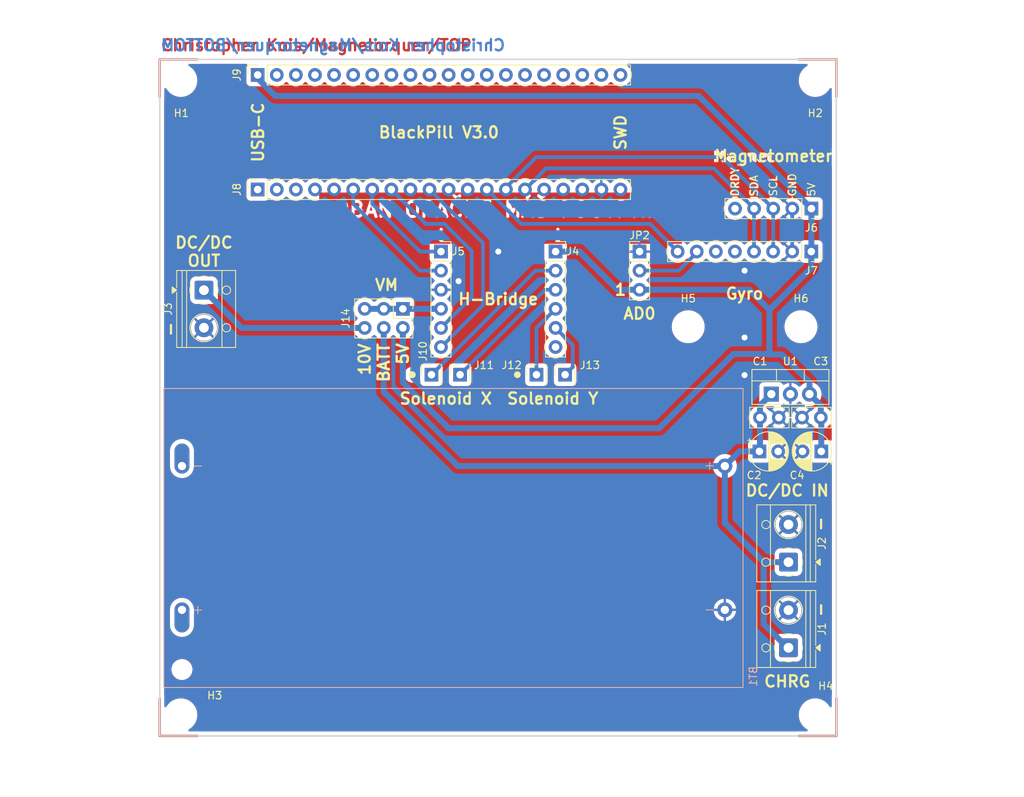
<source format=kicad_pcb>
(kicad_pcb (version 20241229) (generator "pcbnew") (generator_version "9.0")
  (layers (0 "F.Cu" signal) (2 "B.Cu" signal) (13 "F.Paste" user) (15 "B.Paste" user) (5 "F.SilkS" user "F.Silkscreen") (7 "B.SilkS" user "B.Silkscreen") (1 "F.Mask" user) (3 "B.Mask" user) (25 "Edge.Cuts" user))
  (net 0 "")
  (net 2 "GND")
  (net 3 "+BATT")
  (net 4 "+5V")
  (net 5 "+10V")
  (net 6 "/H-mostík/OUT4")
  (net 7 "/H-mostík/OUT1")
  (net 8 "/H-mostík/OUT3")
  (net 9 "/H-mostík/ULT")
  (net 10 "/H-mostík/OUT2")
  (net 11 "/BlackPill V3.0/A11")
  (net 12 "/H-mostík/VCC")
  (net 13 "/BlackPill V3.0/A15")
  (net 14 "/BlackPill V3.0/A9")
  (net 15 "/BlackPill V3.0/A10")
  (net 16 "/SCL1")
  (net 17 "/Magnetometer/DRDY")
  (net 18 "/SDA1")
  (net 19 "/Gyroskop/XDA")
  (net 20 "/GY_INT")
  (net 21 "/Gyroskop/AD0")
  (net 22 "/Gyroskop/XCL")
  (net 23 "/BlackPill V3.0/B9")
  (net 24 "/BlackPill V3.0/3V3.0")
  (net 25 "/BlackPill V3.0/B14")
  (net 26 "/BlackPill V3.0/A12")
  (net 27 "/BlackPill V3.0/B15")
  (net 28 "/BlackPill V3.0/B12")
  (net 29 "/BlackPill V3.0/B8")
  (net 30 "/BlackPill V3.0/B13")
  (net 31 "/BlackPill V3.0/C14")
  (net 32 "/BlackPill V3.0/A4")
  (net 33 "/BlackPill V3.0/A1")
  (net 34 "/BlackPill V3.0/A7")
  (net 35 "/BlackPill V3.0/A2")
  (net 36 "/BlackPill V3.0/C13")
  (net 37 "/BlackPill V3.0/A5")
  (net 38 "/BlackPill V3.0/A0")
  (net 39 "/BlackPill V3.0/B2")
  (net 40 "/BlackPill V3.0/R")
  (net 41 "/BlackPill V3.0/A3")
  (net 42 "/BlackPill V3.0/C15")
  (net 43 "/BlackPill V3.0/B1")
  (net 44 "/BlackPill V3.0/VB")
  (net 45 "/BlackPill V3.0/A6")
  (net 46 "/BlackPill V3.0/B0")
  (net 47 "/BlackPill V3.0/3V3.1")
  (net 48 "/BlackPill V3.0/G.1")
  (net 49 "/BlackPill V3.0/B4")
  (net 50 "/BlackPill V3.0/A8")
  (net 51 "/BlackPill V3.0/5V.0")
  (net 52 "/BlackPill V3.0/B3")
  (net 53 "/BlackPill V3.0/B10")
  (footprint "Capacitor_THT:CP_Radial_D5.0mm_P2.50mm" (layer "F.Cu") (at 179.769888 102.148)
    (property "Reference" "C2" (at -0.699888 3.175 180) (layer "F.SilkS"))
    (property "Value" "10u")
    (pad "1" thru_hole rect (at 0 0) (size 1.82 1.82) (drill 1) (layers "*.Cu" "*.Mask") (net 3 "+BATT"))
    (pad "2" thru_hole circle (at 2.5 0) (size 1.82 1.82) (drill 1) (layers "*.Cu" "*.Mask") (net 2 "GND"))
  )
  (footprint "Connector_PinSocket_2.54mm:PinSocket_1x20_P2.54mm_Vertical" (layer "F.Cu") (at 113.03 67.31 90)
    (property "Reference" "J8" (at 0 -2.77 90) (layer "F.SilkS"))
    (property "Value" "Conn_01x20_Socket")
    (pad "1" thru_hole rect (at 0 0 90) (size 1.82 1.82) (drill 1) (layers "*.Cu" "*.Mask") (net 28 "/BlackPill V3.0/B12"))
    (pad "2" thru_hole oval (at 0 2.54 90) (size 1.82 1.82) (drill 1) (layers "*.Cu" "*.Mask") (net 30 "/BlackPill V3.0/B13"))
    (pad "3" thru_hole oval (at 0 5.08 90) (size 1.82 1.82) (drill 1) (layers "*.Cu" "*.Mask") (net 25 "/BlackPill V3.0/B14"))
    (pad "4" thru_hole oval (at 0 7.62 90) (size 1.82 1.82) (drill 1) (layers "*.Cu" "*.Mask") (net 27 "/BlackPill V3.0/B15"))
    (pad "5" thru_hole oval (at 0 10.16 90) (size 1.82 1.82) (drill 1) (layers "*.Cu" "*.Mask") (net 50 "/BlackPill V3.0/A8"))
    (pad "6" thru_hole oval (at 0 12.7 90) (size 1.82 1.82) (drill 1) (layers "*.Cu" "*.Mask") (net 14 "/BlackPill V3.0/A9"))
    (pad "7" thru_hole oval (at 0 15.24 90) (size 1.82 1.82) (drill 1) (layers "*.Cu" "*.Mask") (net 15 "/BlackPill V3.0/A10"))
    (pad "8" thru_hole oval (at 0 17.78 90) (size 1.82 1.82) (drill 1) (layers "*.Cu" "*.Mask") (net 11 "/BlackPill V3.0/A11"))
    (pad "9" thru_hole oval (at 0 20.32 90) (size 1.82 1.82) (drill 1) (layers "*.Cu" "*.Mask") (net 26 "/BlackPill V3.0/A12"))
    (pad "10" thru_hole oval (at 0 22.86 90) (size 1.82 1.82) (drill 1) (layers "*.Cu" "*.Mask") (net 13 "/BlackPill V3.0/A15"))
    (pad "11" thru_hole oval (at 0 25.4 90) (size 1.82 1.82) (drill 1) (layers "*.Cu" "*.Mask") (net 52 "/BlackPill V3.0/B3"))
    (pad "12" thru_hole oval (at 0 27.94 90) (size 1.82 1.82) (drill 1) (layers "*.Cu" "*.Mask") (net 49 "/BlackPill V3.0/B4"))
    (pad "13" thru_hole oval (at 0 30.48 90) (size 1.82 1.82) (drill 1) (layers "*.Cu" "*.Mask") (net 20 "/GY_INT"))
    (pad "14" thru_hole oval (at 0 33.02 90) (size 1.82 1.82) (drill 1) (layers "*.Cu" "*.Mask") (net 16 "/SCL1"))
    (pad "15" thru_hole oval (at 0 35.56 90) (size 1.82 1.82) (drill 1) (layers "*.Cu" "*.Mask") (net 18 "/SDA1"))
    (pad "16" thru_hole oval (at 0 38.1 90) (size 1.82 1.82) (drill 1) (layers "*.Cu" "*.Mask") (net 29 "/BlackPill V3.0/B8"))
    (pad "17" thru_hole oval (at 0 40.64 90) (size 1.82 1.82) (drill 1) (layers "*.Cu" "*.Mask") (net 23 "/BlackPill V3.0/B9"))
    (pad "18" thru_hole oval (at 0 43.18 90) (size 1.82 1.82) (drill 1) (layers "*.Cu" "*.Mask") (net 51 "/BlackPill V3.0/5V.0"))
    (pad "19" thru_hole oval (at 0 45.72 90) (size 1.82 1.82) (drill 1) (layers "*.Cu" "*.Mask") (net 2 "GND"))
    (pad "20" thru_hole oval (at 0 48.26 90) (size 1.82 1.82) (drill 1) (layers "*.Cu" "*.Mask") (net 24 "/BlackPill V3.0/3V3.0"))
  )
  (footprint "Connector_PinSocket_2.54mm:PinSocket_1x20_P2.54mm_Vertical" (layer "F.Cu") (at 113.03 52.07 90)
    (property "Reference" "J9" (at 0 -2.77 90) (layer "F.SilkS"))
    (property "Value" "Conn_01x20_Socket")
    (pad "1" thru_hole rect (at 0 0 90) (size 1.82 1.82) (drill 1) (layers "*.Cu" "*.Mask") (net 4 "+5V"))
    (pad "2" thru_hole oval (at 0 2.54 90) (size 1.82 1.82) (drill 1) (layers "*.Cu" "*.Mask") (net 48 "/BlackPill V3.0/G.1"))
    (pad "3" thru_hole oval (at 0 5.08 90) (size 1.82 1.82) (drill 1) (layers "*.Cu" "*.Mask") (net 47 "/BlackPill V3.0/3V3.1"))
    (pad "4" thru_hole oval (at 0 7.62 90) (size 1.82 1.82) (drill 1) (layers "*.Cu" "*.Mask") (net 53 "/BlackPill V3.0/B10"))
    (pad "5" thru_hole oval (at 0 10.16 90) (size 1.82 1.82) (drill 1) (layers "*.Cu" "*.Mask") (net 39 "/BlackPill V3.0/B2"))
    (pad "6" thru_hole oval (at 0 12.7 90) (size 1.82 1.82) (drill 1) (layers "*.Cu" "*.Mask") (net 43 "/BlackPill V3.0/B1"))
    (pad "7" thru_hole oval (at 0 15.24 90) (size 1.82 1.82) (drill 1) (layers "*.Cu" "*.Mask") (net 46 "/BlackPill V3.0/B0"))
    (pad "8" thru_hole oval (at 0 17.78 90) (size 1.82 1.82) (drill 1) (layers "*.Cu" "*.Mask") (net 34 "/BlackPill V3.0/A7"))
    (pad "9" thru_hole oval (at 0 20.32 90) (size 1.82 1.82) (drill 1) (layers "*.Cu" "*.Mask") (net 45 "/BlackPill V3.0/A6"))
    (pad "10" thru_hole oval (at 0 22.86 90) (size 1.82 1.82) (drill 1) (layers "*.Cu" "*.Mask") (net 37 "/BlackPill V3.0/A5"))
    (pad "11" thru_hole oval (at 0 25.4 90) (size 1.82 1.82) (drill 1) (layers "*.Cu" "*.Mask") (net 32 "/BlackPill V3.0/A4"))
    (pad "12" thru_hole oval (at 0 27.94 90) (size 1.82 1.82) (drill 1) (layers "*.Cu" "*.Mask") (net 41 "/BlackPill V3.0/A3"))
    (pad "13" thru_hole oval (at 0 30.48 90) (size 1.82 1.82) (drill 1) (layers "*.Cu" "*.Mask") (net 35 "/BlackPill V3.0/A2"))
    (pad "14" thru_hole oval (at 0 33.02 90) (size 1.82 1.82) (drill 1) (layers "*.Cu" "*.Mask") (net 33 "/BlackPill V3.0/A1"))
    (pad "15" thru_hole oval (at 0 35.56 90) (size 1.82 1.82) (drill 1) (layers "*.Cu" "*.Mask") (net 38 "/BlackPill V3.0/A0"))
    (pad "16" thru_hole oval (at 0 38.1 90) (size 1.82 1.82) (drill 1) (layers "*.Cu" "*.Mask") (net 40 "/BlackPill V3.0/R"))
    (pad "17" thru_hole oval (at 0 40.64 90) (size 1.82 1.82) (drill 1) (layers "*.Cu" "*.Mask") (net 42 "/BlackPill V3.0/C15"))
    (pad "18" thru_hole oval (at 0 43.18 90) (size 1.82 1.82) (drill 1) (layers "*.Cu" "*.Mask") (net 31 "/BlackPill V3.0/C14"))
    (pad "19" thru_hole oval (at 0 45.72 90) (size 1.82 1.82) (drill 1) (layers "*.Cu" "*.Mask") (net 36 "/BlackPill V3.0/C13"))
    (pad "20" thru_hole oval (at 0 48.26 90) (size 1.82 1.82) (drill 1) (layers "*.Cu" "*.Mask") (net 44 "/BlackPill V3.0/VB"))
  )
  (footprint "Connector_PinHeader_2.54mm:PinHeader_2x03_P2.54mm_Vertical" (layer "F.Cu") (at 132.34259 83.184999 -90)
    (property "Reference" "J14" (at 1.27 7.616 90) (layer "F.SilkS"))
    (property "Value" "VM_Select")
    (pad "1" thru_hole rect (at 0 0 270) (size 1.82 1.82) (drill 1) (layers "*.Cu" "*.Mask") (net 12 "/H-mostík/VCC"))
    (pad "2" thru_hole oval (at 2.54 0 270) (size 1.82 1.82) (drill 1) (layers "*.Cu" "*.Mask") (net 4 "+5V"))
    (pad "3" thru_hole oval (at 0 2.54 270) (size 1.82 1.82) (drill 1) (layers "*.Cu" "*.Mask") (net 12 "/H-mostík/VCC"))
    (pad "4" thru_hole oval (at 2.54 2.54 270) (size 1.82 1.82) (drill 1) (layers "*.Cu" "*.Mask") (net 3 "+BATT"))
    (pad "5" thru_hole oval (at 0 5.08 270) (size 1.82 1.82) (drill 1) (layers "*.Cu" "*.Mask") (net 12 "/H-mostík/VCC"))
    (pad "6" thru_hole oval (at 2.54 5.08 270) (size 1.82 1.82) (drill 1) (layers "*.Cu" "*.Mask") (net 5 "+10V"))
  )
  (footprint "Connector_PinSocket_2.54mm:PinSocket_1x06_P2.54mm_Vertical" (layer "F.Cu") (at 137.414 75.565)
    (property "Reference" "J5" (at 2.295 -0.025 0) (layer "F.SilkS"))
    (property "Value" "~")
    (pad "1" thru_hole rect (at 0 0) (size 1.82 1.82) (drill 1) (layers "*.Cu" "*.Mask") (net 15 "/BlackPill V3.0/A10"))
    (pad "2" thru_hole oval (at 0 2.54) (size 1.82 1.82) (drill 1) (layers "*.Cu" "*.Mask") (net 14 "/BlackPill V3.0/A9"))
    (pad "3" thru_hole oval (at 0 5.08) (size 1.82 1.82) (drill 1) (layers "*.Cu" "*.Mask") (net 2 "GND"))
    (pad "4" thru_hole oval (at 0 7.62) (size 1.82 1.82) (drill 1) (layers "*.Cu" "*.Mask") (net 12 "/H-mostík/VCC"))
    (pad "5" thru_hole oval (at 0 10.16) (size 1.82 1.82) (drill 1) (layers "*.Cu" "*.Mask") (net 11 "/BlackPill V3.0/A11"))
    (pad "6" thru_hole oval (at 0 12.7) (size 1.82 1.82) (drill 1) (layers "*.Cu" "*.Mask") (net 13 "/BlackPill V3.0/A15"))
  )
  (footprint "Connector_PinSocket_2.54mm:PinSocket_1x06_P2.54mm_Vertical" (layer "F.Cu") (at 152.654 75.565)
    (property "Reference" "J4" (at 2.295 -0.025 0) (layer "F.SilkS"))
    (property "Value" "~")
    (pad "1" thru_hole rect (at 0 0) (size 1.82 1.82) (drill 1) (layers "*.Cu" "*.Mask") (net 4 "+5V"))
    (pad "2" thru_hole oval (at 0 2.54) (size 1.82 1.82) (drill 1) (layers "*.Cu" "*.Mask") (net 7 "/H-mostík/OUT1"))
    (pad "3" thru_hole oval (at 0 5.08) (size 1.82 1.82) (drill 1) (layers "*.Cu" "*.Mask") (net 10 "/H-mostík/OUT2"))
    (pad "4" thru_hole oval (at 0 7.62) (size 1.82 1.82) (drill 1) (layers "*.Cu" "*.Mask") (net 8 "/H-mostík/OUT3"))
    (pad "5" thru_hole oval (at 0 10.16) (size 1.82 1.82) (drill 1) (layers "*.Cu" "*.Mask") (net 6 "/H-mostík/OUT4"))
    (pad "6" thru_hole oval (at 0 12.7) (size 1.82 1.82) (drill 1) (layers "*.Cu" "*.Mask") (net 9 "/H-mostík/ULT"))
  )
  (footprint "Connector_PinHeader_2.54mm:PinHeader_1x03_P2.54mm_Vertical" (layer "F.Cu") (at 163.83 75.565)
    (property "Reference" "JP2" (at 0 -2.159 180) (layer "F.SilkS"))
    (property "Value" "Jumper_3_Open")
    (pad "1" thru_hole rect (at 0 0) (size 1.82 1.82) (drill 1) (layers "*.Cu" "*.Mask") (net 2 "GND"))
    (pad "2" thru_hole circle (at 0 2.54) (size 1.82 1.82) (drill 1) (layers "*.Cu" "*.Mask") (net 21 "/Gyroskop/AD0"))
    (pad "3" thru_hole circle (at 0 5.08) (size 1.82 1.82) (drill 1) (layers "*.Cu" "*.Mask") (net 4 "+5V"))
  )
  (footprint "TerminalBlock_RND:TerminalBlock_RND_205-00012_1x02_P5.00mm_Horizontal" (layer "F.Cu") (at 105.8775 80.7 -90)
    (property "Reference" "J3" (at 2.5 4.787 90) (layer "F.SilkS"))
    (property "Value" "Step-up output")
    (pad "1" thru_hole roundrect (at 0 0 270) (size 2.5 2.5) (drill 1.3) (layers "*.Cu" "*.Mask") (roundrect_rratio 0.1) (net 5 "+10V"))
    (pad "2" thru_hole circle (at 5 0 270) (size 2.5 2.5) (drill 1.3) (layers "*.Cu" "*.Mask") (net 2 "GND"))
  )
  (footprint "MountingHole:MountingHole_3.2mm_M3_ISO14580" (layer "F.Cu") (at 187.2 52.8)
    (property "Reference" "H2" (at 0 4.35 0) (layer "F.SilkS"))
    (property "Value" "MountingHole")
    (pad "" np_thru_hole circle (at 0 0) (size 3.2 3.2) (drill 3.2) (layers "*.Cu" "*.Mask"))
  )
  (footprint "MountingHole:MountingHole_3.2mm_M3_ISO14580" (layer "F.Cu") (at 170.3 85.565)
    (property "Reference" "H5" (at 0 -3.75 0) (layer "F.SilkS"))
    (property "Value" "MountingHole")
    (pad "" np_thru_hole circle (at 0 0) (size 3.2 3.2) (drill 3.2) (layers "*.Cu" "*.Mask"))
  )
  (footprint "Capacitor_THT:CP_Radial_D5.0mm_P2.50mm" (layer "F.Cu") (at 188.005114 102.148 180)
    (property "Reference" "C4" (at 3.220114 -3.175 180) (layer "F.SilkS"))
    (property "Value" "10u")
    (pad "1" thru_hole rect (at 0 0 180) (size 1.82 1.82) (drill 1) (layers "*.Cu" "*.Mask") (net 4 "+5V"))
    (pad "2" thru_hole circle (at 2.5 0 180) (size 1.82 1.82) (drill 1) (layers "*.Cu" "*.Mask") (net 2 "GND"))
  )
  (footprint "TerminalBlock_RND:TerminalBlock_RND_205-00012_1x02_P5.00mm_Horizontal" (layer "F.Cu") (at 183.642 116.88 90)
    (property "Reference" "J2" (at 2.5 4.445 90) (layer "F.SilkS"))
    (property "Value" "Step-up input")
    (pad "1" thru_hole roundrect (at 0 0 90) (size 2.5 2.5) (drill 1.3) (layers "*.Cu" "*.Mask") (roundrect_rratio 0.1) (net 3 "+BATT"))
    (pad "2" thru_hole circle (at 5 0 90) (size 2.5 2.5) (drill 1.3) (layers "*.Cu" "*.Mask") (net 2 "GND"))
  )
  (footprint "Capacitor_THT:C_Disc_D5.0mm_W2.5mm_P2.50mm" (layer "F.Cu") (at 179.852 97.647)
    (property "Reference" "C1" (at 0 -7.477 0) (layer "F.SilkS"))
    (property "Value" "100n")
    (pad "1" thru_hole circle (at 0 0) (size 1.82 1.82) (drill 1) (layers "*.Cu" "*.Mask") (net 3 "+BATT"))
    (pad "2" thru_hole circle (at 2.5 0) (size 1.82 1.82) (drill 1) (layers "*.Cu" "*.Mask") (net 2 "GND"))
  )
  (footprint "Connector_PinSocket_2.54mm:PinSocket_1x08_P2.54mm_Vertical" (layer "F.Cu") (at 186.675 75.565 -90)
    (property "Reference" "J7" (at 2.54 0 180) (layer "F.SilkS"))
    (property "Value" "Conn_01x08_Socket")
    (pad "1" thru_hole rect (at 0 0 270) (size 1.82 1.82) (drill 1) (layers "*.Cu" "*.Mask") (net 4 "+5V"))
    (pad "2" thru_hole circle (at 0 2.54 270) (size 1.82 1.82) (drill 1) (layers "*.Cu" "*.Mask") (net 2 "GND"))
    (pad "3" thru_hole circle (at 0 5.08 270) (size 1.82 1.82) (drill 1) (layers "*.Cu" "*.Mask") (net 16 "/SCL1"))
    (pad "4" thru_hole circle (at 0 7.62 270) (size 1.82 1.82) (drill 1) (layers "*.Cu" "*.Mask") (net 18 "/SDA1"))
    (pad "5" thru_hole circle (at 0 10.16 270) (size 1.82 1.82) (drill 1) (layers "*.Cu" "*.Mask") (net 19 "/Gyroskop/XDA"))
    (pad "6" thru_hole circle (at 0 12.7 270) (size 1.82 1.82) (drill 1) (layers "*.Cu" "*.Mask") (net 22 "/Gyroskop/XCL"))
    (pad "7" thru_hole circle (at 0 15.24 270) (size 1.82 1.82) (drill 1) (layers "*.Cu" "*.Mask") (net 21 "/Gyroskop/AD0"))
    (pad "8" thru_hole circle (at 0 17.78 270) (size 1.82 1.82) (drill 1) (layers "*.Cu" "*.Mask") (net 20 "/GY_INT"))
  )
  (footprint "TerminalBlock_RND:TerminalBlock_RND_205-00012_1x02_P5.00mm_Horizontal" (layer "F.Cu") (at 183.642 128.27 90)
    (property "Reference" "J1" (at 2.5 4.445 90) (layer "F.SilkS"))
    (property "Value" "Nabíjací modul")
    (pad "1" thru_hole roundrect (at 0 0 90) (size 2.5 2.5) (drill 1.3) (layers "*.Cu" "*.Mask") (roundrect_rratio 0.1) (net 3 "+BATT"))
    (pad "2" thru_hole circle (at 5 0 90) (size 2.5 2.5) (drill 1.3) (layers "*.Cu" "*.Mask") (net 2 "GND"))
  )
  (footprint "Capacitor_THT:C_Disc_D5.0mm_W2.5mm_P2.50mm" (layer "F.Cu") (at 187.94 97.647 180)
    (property "Reference" "C3" (at 0 7.477 180) (layer "F.SilkS"))
    (property "Value" "100n")
    (pad "1" thru_hole circle (at 0 0 180) (size 1.82 1.82) (drill 1) (layers "*.Cu" "*.Mask") (net 4 "+5V"))
    (pad "2" thru_hole circle (at 2.5 0 180) (size 1.82 1.82) (drill 1) (layers "*.Cu" "*.Mask") (net 2 "GND"))
  )
  (footprint "Connector_PinSocket_2.54mm:PinSocket_1x01_P2.54mm_Vertical" (layer "F.Cu") (at 150.114 91.948 90)
    (property "Reference" "J12" (at 1.27 -3.302 0) (layer "F.SilkS"))
    (property "Value" "Conn_01x01_Socket")
    (pad "1" thru_hole rect (at 0 0 90) (size 1.82 1.82) (drill 1) (layers "*.Cu" "*.Mask") (net 8 "/H-mostík/OUT3"))
  )
  (footprint "MountingHole:MountingHole_3.2mm_M3_ISO14580" (layer "F.Cu") (at 185.3 85.565)
    (property "Reference" "H6" (at 0 -3.75 0) (layer "F.SilkS"))
    (property "Value" "MountingHole")
    (pad "" np_thru_hole circle (at 0 0) (size 3.2 3.2) (drill 3.2) (layers "*.Cu" "*.Mask"))
  )
  (footprint "Package_TO_SOT_THT:TO-220-3_Vertical" (layer "F.Cu") (at 181.356 94.528)
    (property "Reference" "U1" (at 2.54 -4.358 180) (layer "F.SilkS"))
    (property "Value" "LM7805_TO220")
    (pad "1" thru_hole rect (at 0 0) (size 2 2) (drill 1.1) (layers "*.Cu" "*.Mask") (net 3 "+BATT"))
    (pad "2" thru_hole oval (at 2.54 0) (size 2 2) (drill 1.1) (layers "*.Cu" "*.Mask") (net 2 "GND"))
    (pad "3" thru_hole oval (at 5.08 0) (size 2 2) (drill 1.1) (layers "*.Cu" "*.Mask") (net 4 "+5V"))
  )
  (footprint "MountingHole:MountingHole_3.2mm_M3_ISO14580" (layer "F.Cu") (at 102.8 52.8)
    (property "Reference" "H1" (at 0.07 4.35 0) (layer "F.SilkS"))
    (property "Value" "MountingHole")
    (pad "" np_thru_hole circle (at 0 0) (size 3.2 3.2) (drill 3.2) (layers "*.Cu" "*.Mask"))
  )
  (footprint "MountingHole:MountingHole_3.2mm_M3_ISO14580" (layer "F.Cu") (at 102.8 137.2)
    (property "Reference" "H3" (at 4.515 -2.58 0) (layer "F.SilkS"))
    (property "Value" "MountingHole")
    (pad "" np_thru_hole circle (at 0 0) (size 3.2 3.2) (drill 3.2) (layers "*.Cu" "*.Mask"))
  )
  (footprint "MountingHole:MountingHole_3.2mm_M3_ISO14580" (layer "F.Cu") (at 187.2 137.2)
    (property "Reference" "H4" (at 1.395 -3.85 0) (layer "F.SilkS"))
    (property "Value" "MountingHole")
    (pad "" np_thru_hole circle (at 0 0) (size 3.2 3.2) (drill 3.2) (layers "*.Cu" "*.Mask"))
  )
  (footprint "Connector_PinSocket_2.54mm:PinSocket_1x05_P2.54mm_Vertical" (layer "F.Cu") (at 186.69 69.85 -90)
    (property "Reference" "J6" (at 2.54 0 180) (layer "F.SilkS"))
    (property "Value" "Conn_01x05_Socket")
    (pad "1" thru_hole rect (at 0 0 270) (size 1.82 1.82) (drill 1) (layers "*.Cu" "*.Mask") (net 4 "+5V"))
    (pad "2" thru_hole circle (at 0 2.54 270) (size 1.82 1.82) (drill 1) (layers "*.Cu" "*.Mask") (net 2 "GND"))
    (pad "3" thru_hole circle (at 0 5.08 270) (size 1.82 1.82) (drill 1) (layers "*.Cu" "*.Mask") (net 16 "/SCL1"))
    (pad "4" thru_hole circle (at 0 7.62 270) (size 1.82 1.82) (drill 1) (layers "*.Cu" "*.Mask") (net 18 "/SDA1"))
    (pad "5" thru_hole circle (at 0 10.16 270) (size 1.82 1.82) (drill 1) (layers "*.Cu" "*.Mask") (net 17 "/Magnetometer/DRDY"))
  )
  (footprint "Connector_PinSocket_2.54mm:PinSocket_1x01_P2.54mm_Vertical" (layer "F.Cu") (at 136.144 91.948 90)
    (property "Reference" "J10" (at 3.132161 -1.143088 90) (layer "F.SilkS"))
    (property "Value" "Conn_01x01_Socket")
    (pad "1" thru_hole rect (at 0 0 90) (size 1.82 1.82) (drill 1) (layers "*.Cu" "*.Mask") (net 7 "/H-mostík/OUT1"))
  )
  (footprint "Connector_PinSocket_2.54mm:PinSocket_1x01_P2.54mm_Vertical" (layer "F.Cu") (at 139.954 91.948 90)
    (property "Reference" "J11" (at 1.27 3.175 0) (layer "F.SilkS"))
    (property "Value" "Conn_01x01_Socket")
    (pad "1" thru_hole rect (at 0 0 90) (size 1.82 1.82) (drill 1) (layers "*.Cu" "*.Mask") (net 10 "/H-mostík/OUT2"))
  )
  (footprint "Connector_PinSocket_2.54mm:PinSocket_1x01_P2.54mm_Vertical" (layer "F.Cu") (at 153.924 91.948 90)
    (property "Reference" "J13" (at 1.27 3.302 0) (layer "F.SilkS"))
    (property "Value" "Conn_01x01_Socket")
    (pad "1" thru_hole rect (at 0 0 90) (size 1.82 1.82) (drill 1) (layers "*.Cu" "*.Mask") (net 6 "/H-mostík/OUT4"))
  )
  (footprint "NDE_lib:BAT_1049" (layer "B.Cu") (at 139.065 113.665 180)
    (property "Reference" "BT1" (at -39.89 -18.415 90) (layer "B.SilkS") (effects (justify mirror)))
    (property "Value" "1049")
    (pad "" np_thru_hole circle (at 36.11 -17.5 180) (size 1.6 1.6) (drill 1.6) (layers "*.Cu" "*.Mask"))
    (pad "N1" thru_hole oval (at 36.11 9.565 180) (size 2 4) (drill 1.1 (offset 0 1)) (layers "*.Cu" "*.Mask"))
    (pad "N2" thru_hole oval (at -36.11 -9.565 180) (size 2 2) (drill 1.1) (layers "*.Cu" "*.Mask") (net 2 "GND"))
    (pad "P1" thru_hole oval (at -36.11 9.565 180) (size 2 2) (drill 1.1) (layers "*.Cu" "*.Mask") (net 3 "+BATT"))
    (pad "P2" thru_hole oval (at 36.11 -9.565 180) (size 2 4) (drill 1.1 (offset 0 -1)) (layers "*.Cu" "*.Mask"))
  )
  (gr_line (start 185 50) (end 190 50) (stroke (width 0.3)) (layer "F.Cu"))
  (gr_circle (center 147.574 91.948) (end 147.974 91.948) (stroke (width 0.1)) (fill yes) (layer "F.Cu"))
  (gr_line (start 190 135) (end 190 140) (stroke (width 0.3)) (layer "F.Cu"))
  (gr_line (start 105 140) (end 100 140) (stroke (width 0.3)) (layer "F.Cu"))
  (gr_line (start 100 55) (end 100 50) (stroke (width 0.3)) (layer "F.Cu"))
  (gr_circle (center 133.604 91.948) (end 134.004 91.948) (stroke (width 0.1)) (fill yes) (layer "F.Cu"))
  (gr_line (start 100 50) (end 105 50) (stroke (width 0.3)) (layer "F.Cu"))
  (gr_line (start 190 140) (end 185 140) (stroke (width 0.3)) (layer "F.Cu"))
  (gr_line (start 100 140) (end 100 135) (stroke (width 0.3)) (layer "F.Cu"))
  (gr_line (start 190 50) (end 190 55) (stroke (width 0.3)) (layer "F.Cu"))
  (gr_circle (center 147.574 91.948) (end 147.974 91.948) (stroke (width 0.1)) (fill yes) (layer "F.SilkS"))
  (gr_circle (center 133.604 91.948) (end 134.004 91.948) (stroke (width 0.1)) (fill yes) (layer "F.SilkS"))
  (gr_rect (start 100 50) (end 190 140) (stroke (width 0.2)) (fill no) (layer "Edge.Cuts"))
  (gr_text "-" (at 188.087 111.8 270) (layer "F.Cu" knockout) (effects (font (size 1.5 1.5) (thickness 0.3) (bold yes))))
  (gr_text "1" (at 161.29 80.645 0) (layer "F.Cu" knockout) (effects (font (size 1.5 1.5) (thickness 0.3) (bold yes))))
  (gr_text "CHRG" (at 183.4745 132.755 0) (layer "F.Cu" knockout) (effects (font (size 1.5 1.5) (thickness 0.3) (bold yes))))
  (gr_text "Christopher Kois/Magnetorquer/TOP" (at 100 49 0) (layer "F.Cu") (effects (font (size 1.5 1.5) (thickness 0.3) (bold yes)) (justify left bottom)))
  (gr_text "Magnetometer" (at 181.356 62.865 0) (layer "F.Cu" knockout) (effects (font (size 1.5 1.5) (thickness 0.3) (bold yes))))
  (gr_text "10V" (at 127.253999 87.582168 90) (layer "F.Cu" knockout) (effects (font (size 1.5 1.5) (thickness 0.3) (bold yes)) (justify right)))
  (gr_text "VM" (at 130.175 80.01 0) (layer "F.Cu" knockout) (effects (font (size 1.5 1.5) (thickness 0.3) (bold yes))))
  (gr_text "SCL" (at 181.61 66.833809 90) (layer "F.Cu" knockout) (effects (font (size 1 1) (thickness 0.25) (bold yes))))
  (gr_text "H-Bridge" (at 145.034 81.89 0) (layer "F.Cu" knockout) (effects (font (size 1.5 1.5) (thickness 0.3) (bold yes))))
  (gr_text "BOBAN OPAČNE MÁŠ FOOTPRINT\n↓		↓" (at 145.2 71.6 0) (layer "F.Cu" knockout) (effects (font (size 2 2) (thickness 0.4) (bold yes))))
  (gr_text "BATT" (at 129.792436 87.582168 90) (layer "F.Cu" knockout) (effects (font (size 1.5 1.5) (thickness 0.3) (bold yes)) (justify right)))
  (gr_text "AD0" (at 163.816906 83.808986 0) (layer "F.Cu" knockout) (effects (font (size 1.5 1.5) (thickness 0.3) (bold yes))))
  (gr_text "DC/DC\nOUT" (at 105.8775 75.58 0) (layer "F.Cu" knockout) (effects (font (size 1.5 1.5) (thickness 0.3) (bold yes))))
  (gr_text "DC/DC IN" (at 183.4745 107.355 0) (layer "F.Cu" knockout) (effects (font (size 1.5 1.5) (thickness 0.3) (bold yes))))
  (gr_text "5V" (at 186.69 67.31 90) (layer "F.Cu" knockout) (effects (font (size 1 1) (thickness 0.25) (bold yes))))
  (gr_text "Solenoid Y" (at 152.273 95.123 0) (layer "F.Cu" knockout) (effects (font (size 1.5 1.5) (thickness 0.3) (bold yes))))
  (gr_text "Solenoid X" (at 138.049 95.123 0) (layer "F.Cu" knockout) (effects (font (size 1.5 1.5) (thickness 0.3) (bold yes))))
  (gr_text "Gyro" (at 177.8 81.165 0) (layer "F.Cu" knockout) (effects (font (size 1.5 1.5) (thickness 0.3) (bold yes))))
  (gr_text "SDA" (at 179.07 66.81 90) (layer "F.Cu" knockout) (effects (font (size 1 1) (thickness 0.25) (bold yes))))
  (gr_text "-" (at 188.087 123.19 270) (layer "F.Cu" knockout) (effects (font (size 1.5 1.5) (thickness 0.3) (bold yes))))
  (gr_text "5V" (at 132.333999 87.582168 90) (layer "F.Cu" knockout) (effects (font (size 1.5 1.5) (thickness 0.3) (bold yes)) (justify right)))
  (gr_text "-" (at 101.6 85.905999 270) (layer "F.Cu" knockout) (effects (font (size 1.5 1.5) (thickness 0.3) (bold yes))))
  (gr_text "DRDY" (at 176.53 66.28619 90) (layer "F.Cu" knockout) (effects (font (size 1 1) (thickness 0.25) (bold yes))))
  (gr_text "GND" (at 184.15 66.690952 90) (layer "F.Cu" knockout) (effects (font (size 1 1) (thickness 0.25) (bold yes))))
  (gr_text "SWD" (at 161.29 59.715001 90) (layer "F.Cu" knockout) (effects (font (size 1.5 1.5) (thickness 0.3) (bold yes))))
  (gr_text "USB-C" (at 113.072382 59.715001 90) (layer "F.Cu" knockout) (effects (font (size 1.5 1.5) (thickness 0.3) (bold yes))))
  (gr_text "Magnetorquer Module\nControl Board" (at 145 133 0) (layer "F.Cu" knockout) (effects (font (size 4 4) (thickness 0.8) (bold yes))))
  (gr_text "BlackPill V3.0" (at 137.13 59.715 0) (layer "F.Cu" knockout) (effects (font (size 1.5 1.5) (thickness 0.3) (bold yes))))
  (gr_text "Christopher Kois/Magnetorquer/BOTTOM" (at 100 49 0) (layer "B.Cu") (effects (font (size 1.5 1.5) (thickness 0.3) (bold yes)) (justify right bottom mirror)))
  (gr_text "-" (at 188.087 111.8 270) (layer "F.SilkS") (effects (font (size 1.5 1.5) (thickness 0.3) (bold yes))))
  (gr_text "Solenoid Y" (at 152.273 95.123 0) (layer "F.SilkS") (effects (font (size 1.5 1.5) (thickness 0.3) (bold yes))))
  (gr_text "SWD" (at 161.29 59.715001 90) (layer "F.SilkS") (effects (font (size 1.5 1.5) (thickness 0.3) (bold yes))))
  (gr_text "BlackPill V3.0" (at 137.13 59.715 0) (layer "F.SilkS") (effects (font (size 1.5 1.5) (thickness 0.3) (bold yes))))
  (gr_text "USB-C" (at 113.072382 59.715001 90) (layer "F.SilkS") (effects (font (size 1.5 1.5) (thickness 0.3) (bold yes))))
  (gr_text "Gyro" (at 177.799999 81.165 0) (layer "F.SilkS") (effects (font (size 1.5 1.5) (thickness 0.3) (bold yes))))
  (gr_text "VM" (at 130.175 80.01 0) (layer "F.SilkS") (effects (font (size 1.5 1.5) (thickness 0.3) (bold yes))))
  (gr_text "-" (at 101.6 85.905999 270) (layer "F.SilkS") (effects (font (size 1.5 1.5) (thickness 0.3) (bold yes))))
  (gr_text "SCL" (at 181.61 66.833809 90) (layer "F.SilkS") (effects (font (size 1 1))))
  (gr_text "H-Bridge" (at 145.034 81.89 0) (layer "F.SilkS") (effects (font (size 1.5 1.5) (thickness 0.3) (bold yes))))
  (gr_text "1" (at 161.29 80.645 0) (layer "F.SilkS") (effects (font (size 1.5 1.5) (thickness 0.3) (bold yes))))
  (gr_text "AD0" (at 163.83 83.82 0) (layer "F.SilkS") (effects (font (size 1.5 1.5) (thickness 0.3) (bold yes))))
  (gr_text "GND" (at 184.15 66.690952 90) (layer "F.SilkS") (effects (font (size 1 1))))
  (gr_text "BATT" (at 129.794 87.63 90) (layer "F.SilkS") (effects (font (size 1.5 1.5) (thickness 0.3) (bold yes)) (justify right)))
  (gr_text "DRDY" (at 176.53 66.28619 90) (layer "F.SilkS") (effects (font (size 1 1))))
  (gr_text "Magnetometer" (at 181.64 62.865 0) (layer "F.SilkS") (effects (font (size 1.5 1.5) (thickness 0.3) (bold yes))))
  (gr_text "CHRG" (at 183.4745 132.755 0) (layer "F.SilkS") (effects (font (size 1.5 1.5) (thickness 0.3) (bold yes))))
  (gr_text "10V" (at 127.254 87.63 90) (layer "F.SilkS") (effects (font (size 1.5 1.5) (thickness 0.3) (bold yes)) (justify right)))
  (gr_text "Solenoid X" (at 138.049 95.123 0) (layer "F.SilkS") (effects (font (size 1.5 1.5) (thickness 0.3) (bold yes))))
  (gr_text "SDA" (at 179.07 66.81 90) (layer "F.SilkS") (effects (font (size 1 1))))
  (gr_text "DC/DC\nOUT" (at 105.8775 75.58 0) (layer "F.SilkS") (effects (font (size 1.5 1.5) (thickness 0.3) (bold yes))))
  (gr_text "DC/DC IN" (at 183.4745 107.355 0) (layer "F.SilkS") (effects (font (size 1.5 1.5) (thickness 0.3) (bold yes))))
  (gr_text "5V" (at 132.334 87.63 90) (layer "F.SilkS") (effects (font (size 1.5 1.5) (thickness 0.3) (bold yes)) (justify right)))
  (gr_text "-" (at 188.087 123.19 270) (layer "F.SilkS") (effects (font (size 1.5 1.5) (thickness 0.3) (bold yes))))
  (gr_text "5V" (at 186.69 67.31 90) (layer "F.SilkS") (effects (font (size 1 1))))
  (via (at 145.034 75.565) (size 1.65) (drill 0.8) (layers "F.Cu" "B.Cu") (net 2))
  (via (at 177.8 87) (size 1.65) (drill 0.8) (layers "F.Cu" "B.Cu") (net 2))
  (via (at 177.8 78.105) (size 1.65) (drill 0.8) (layers "F.Cu" "B.Cu") (net 2))
  (via (at 139.75 79.5) (size 1.65) (drill 0.8) (layers "F.Cu" "B.Cu") (net 2))
  (via (at 177.8 92) (size 1.65) (drill 0.8) (layers "F.Cu" "B.Cu") (net 2))
  (segment (start 184.135 69.865) (end 184.15 69.85) (width 0.5) (layer "B.Cu") (net 2))
  (segment (start 184.135 75.565) (end 184.135 69.865) (width 0.5) (layer "B.Cu") (net 2))
  (segment (start 177.127 102.148) (end 175.175 104.1) (width 0.8) (layer "B.Cu") (net 3))
  (segment (start 179.852 97.647) (end 179.852 96.032) (width 0.8) (layer "B.Cu") (net 3))
  (segment (start 139.66 104.1) (end 175.175 104.1) (width 0.8) (layer "B.Cu") (net 3))
  (segment (start 180.34 125.095) (end 183.515 128.27) (width 0.8) (layer "B.Cu") (net 3))
  (segment (start 183.642 116.88) (end 180.34 116.88) (width 0.8) (layer "B.Cu") (net 3))
  (segment (start 183.515 128.27) (end 183.642 128.27) (width 0.8) (layer "B.Cu") (net 3))
  (segment (start 129.80259 94.24259) (end 139.66 104.1) (width 0.8) (layer "B.Cu") (net 3))
  (segment (start 179.852 97.647) (end 179.852 102.065888) (width 0.8) (layer "B.Cu") (net 3))
  (segment (start 175.175 104.1) (end 175.175 111.675) (width 0.8) (layer "B.Cu") (net 3))
  (segment (start 175.175 111.675) (end 180.34 116.84) (width 0.8) (layer "B.Cu") (net 3))
  (segment (start 179.852 102.065888) (end 179.769888 102.148) (width 0.8) (layer "B.Cu") (net 3))
  (segment (start 179.852 96.032) (end 181.356 94.528) (width 0.8) (layer "B.Cu") (net 3))
  (segment (start 179.769888 102.148) (end 177.127 102.148) (width 0.8) (layer "B.Cu") (net 3))
  (segment (start 129.80259 85.724999) (end 129.80259 94.24259) (width 0.8) (layer "B.Cu") (net 3))
  (segment (start 180.34 116.84) (end 180.34 125.095) (width 0.8) (layer "B.Cu") (net 3))
  (segment (start 181.102 89.194) (end 181.102 83.322394) (width 0.8) (layer "B.Cu") (net 4))
  (segment (start 186.436 92.936) (end 182.75 89.25) (width 0.8) (layer "B.Cu") (net 4))
  (segment (start 138.43 99.06) (end 166.44 99.06) (width 0.8) (layer "B.Cu") (net 4))
  (segment (start 187.94 97.647) (end 187.94 96.032) (width 0.8) (layer "B.Cu") (net 4))
  (segment (start 186.436 94.528) (end 186.436 92.936) (width 0.8) (layer "B.Cu") (net 4))
  (segment (start 178.435 80.645) (end 181.107197 83.317197) (width 0.8) (layer "B.Cu") (net 4))
  (segment (start 182.75 89.25) (end 181.158 89.25) (width 0.8) (layer "B.Cu") (net 4))
  (segment (start 187.94 96.032) (end 186.436 94.528) (width 0.8) (layer "B.Cu") (net 4))
  (segment (start 181.102 83.322394) (end 181.107197 83.317197) (width 0.8) (layer "B.Cu") (net 4))
  (segment (start 186.69 69.85) (end 171.710518 54.870518) (width 0.8) (layer "B.Cu") (net 4))
  (segment (start 132.34259 85.724999) (end 132.34259 92.97259) (width 0.8) (layer "B.Cu") (net 4))
  (segment (start 113.03 52.53) (end 113.03 52.07) (width 0.8) (layer "B.Cu") (net 4))
  (segment (start 155.829 75.565) (end 160.909 80.645) (width 0.8) (layer "B.Cu") (net 4))
  (segment (start 163.83 80.645) (end 178.435 80.645) (width 0.8) (layer "B.Cu") (net 4))
  (segment (start 160.909 80.645) (end 163.83 80.645) (width 0.8) (layer "B.Cu") (net 4))
  (segment (start 188.005114 97.712114) (end 187.94 97.647) (width 0.8) (layer "B.Cu") (net 4))
  (segment (start 186.69 75.55) (end 186.675 75.565) (width 0.8) (layer "B.Cu") (net 4))
  (segment (start 188.005114 102.148) (end 188.005114 97.712114) (width 0.8) (layer "B.Cu") (net 4))
  (segment (start 183.652394 80.772) (end 183.652394 80.761606) (width 0.8) (layer "B.Cu") (net 4))
  (segment (start 181.158 89.25) (end 181.102 89.194) (width 0.8) (layer "B.Cu") (net 4))
  (segment (start 115.370518 54.870518) (end 113.03 52.53) (width 0.8) (layer "B.Cu") (net 4))
  (segment (start 183.652394 80.761606) (end 186.675 77.739) (width 0.8) (layer "B.Cu") (net 4))
  (segment (start 152.654 75.565) (end 155.829 75.565) (width 0.8) (layer "B.Cu") (net 4))
  (segment (start 171.710518 54.870518) (end 115.370518 54.870518) (width 0.8) (layer "B.Cu") (net 4))
  (segment (start 181.107197 83.317197) (end 183.652394 80.772) (width 0.8) (layer "B.Cu") (net 4))
  (segment (start 176.306 89.194) (end 181.102 89.194) (width 0.8) (layer "B.Cu") (net 4))
  (segment (start 166.44 99.06) (end 176.306 89.194) (width 0.8) (layer "B.Cu") (net 4))
  (segment (start 132.34259 92.97259) (end 138.43 99.06) (width 0.8) (layer "B.Cu") (net 4))
  (segment (start 186.675 77.739) (end 186.675 75.565) (width 0.8) (layer "B.Cu") (net 4))
  (segment (start 186.69 69.85) (end 186.69 75.55) (width 0.8) (layer "B.Cu") (net 4))
  (segment (start 127.26259 85.724999) (end 110.902499 85.724999) (width 0.8) (layer "B.Cu") (net 5))
  (segment (start 105.8775 80.7) (end 110.902499 85.724999) (width 0.8) (layer "B.Cu") (net 5))
  (segment (start 153.924 91.948) (end 154.94 90.932) (width 0.5) (layer "B.Cu") (net 6))
  (segment (start 154.94 88.011) (end 152.654 85.725) (width 0.5) (layer "B.Cu") (net 6))
  (segment (start 154.94 90.932) (end 154.94 88.011) (width 0.5) (layer "B.Cu") (net 6))
  (segment (start 152.654 78.105) (end 149.987 78.105) (width 0.5) (layer "B.Cu") (net 7))
  (segment (start 149.987 78.105) (end 136.144 91.948) (width 0.5) (layer "B.Cu") (net 7))
  (segment (start 150.114 91.948) (end 150.114 85.725) (width 0.5) (layer "B.Cu") (net 8))
  (segment (start 150.114 85.725) (end 152.654 83.185) (width 0.5) (layer "B.Cu") (net 8))
  (segment (start 139.954 91.948) (end 151.257 80.645) (width 0.5) (layer "B.Cu") (net 10))
  (segment (start 151.257 80.645) (end 152.654 80.645) (width 0.5) (layer "B.Cu") (net 10))
  (segment (start 137.414 85.725) (end 141.5 81.639) (width 0.5) (layer "B.Cu") (net 11))
  (segment (start 135.382 71.882) (end 130.81 67.31) (width 0.5) (layer "B.Cu") (net 11))
  (segment (start 141.5 81.639) (end 141.5 75.5) (width 0.5) (layer "B.Cu") (net 11))
  (segment (start 141.5 75.5) (end 137.882 71.882) (width 0.5) (layer "B.Cu") (net 11))
  (segment (start 137.882 71.882) (end 135.382 71.882) (width 0.5) (layer "B.Cu") (net 11))
  (segment (start 137.414 83.185) (end 132.34259 83.184999) (width 0.8) (layer "B.Cu") (net 12))
  (segment (start 129.80259 83.184999) (end 127.26259 83.184999) (width 0.8) (layer "B.Cu") (net 12))
  (segment (start 132.34259 83.184999) (end 129.80259 83.184999) (width 0.8) (layer "B.Cu") (net 12))
  (segment (start 143 74.42) (end 135.89 67.31) (width 0.5) (layer "B.Cu") (net 13))
  (segment (start 143 82.712469) (end 143 74.42) (width 0.5) (layer "B.Cu") (net 13))
  (segment (start 137.447469 88.265) (end 143 82.712469) (width 0.5) (layer "B.Cu") (net 13))
  (segment (start 137.414 88.265) (end 137.447469 88.265) (width 0.5) (layer "B.Cu") (net 13))
  (segment (start 125.73 69.215) (end 134.62 78.105) (width 0.5) (layer "B.Cu") (net 14))
  (segment (start 134.62 78.105) (end 137.414 78.105) (width 0.5) (layer "B.Cu") (net 14))
  (segment (start 125.73 67.31) (end 125.73 69.215) (width 0.5) (layer "B.Cu") (net 14))
  (segment (start 137.414 75.565) (end 134.62 75.565) (width 0.5) (layer "B.Cu") (net 15))
  (segment (start 134.62 75.565) (end 128.27 69.215) (width 0.5) (layer "B.Cu") (net 15))
  (segment (start 128.27 69.215) (end 128.27 67.31) (width 0.5) (layer "B.Cu") (net 15))
  (segment (start 150.106 63) (end 174.76 63) (width 0.5) (layer "B.Cu") (net 16))
  (segment (start 181.61 75.55) (end 181.595 75.565) (width 0.5) (layer "B.Cu") (net 16))
  (segment (start 146.05 67.31) (end 146.05 67.056) (width 0.5) (layer "B.Cu") (net 16))
  (segment (start 146.05 67.056) (end 150.106 63) (width 0.5) (layer "B.Cu") (net 16))
  (segment (start 181.61 69.85) (end 181.61 75.55) (width 0.5) (layer "B.Cu") (net 16))
  (segment (start 174.76 63) (end 181.61 69.85) (width 0.5) (layer "B.Cu") (net 16))
  (segment (start 179.07 69.85) (end 173.72 64.5) (width 0.5) (layer "B.Cu") (net 18))
  (segment (start 151.4 64.5) (end 148.59 67.31) (width 0.5) (layer "B.Cu") (net 18))
  (segment (start 179.055 75.565) (end 179.055 69.865) (width 0.5) (layer "B.Cu") (net 18))
  (segment (start 173.72 64.5) (end 151.4 64.5) (width 0.5) (layer "B.Cu") (net 18))
  (segment (start 179.055 69.865) (end 179.07 69.85) (width 0.5) (layer "B.Cu") (net 18))
  (segment (start 143.51 67.31) (end 148.082 71.882) (width 0.5) (layer "B.Cu") (net 20))
  (segment (start 148.082 71.882) (end 165.212 71.882) (width 0.5) (layer "B.Cu") (net 20))
  (segment (start 165.212 71.882) (end 168.895 75.565) (width 0.5) (layer "B.Cu") (net 20))
  (segment (start 171.435 75.707) (end 171.435 75.565) (width 0.5) (layer "B.Cu") (net 21))
  (segment (start 163.83 78.105) (end 169.037 78.105) (width 0.5) (layer "B.Cu") (net 21))
  (segment (start 169.037 78.105) (end 171.435 75.707) (width 0.5) (layer "B.Cu") (net 21))
  (zone (net 2) (net_name "GND") (layers "F.Cu" "B.Cu") (name "GND_plane") (connect_pads (clearance 0.6)) (min_thickness 0.3) (fill yes (thermal_gap 0.5) (thermal_bridge_width 0.3) (island_removal_mode 2) (island_area_min 2))
    (polygon (pts (xy 191.99 47.285) (xy 191.99 142.285) (xy 97.99 142.285) (xy 97.99 47.285)))
  )
)
</source>
